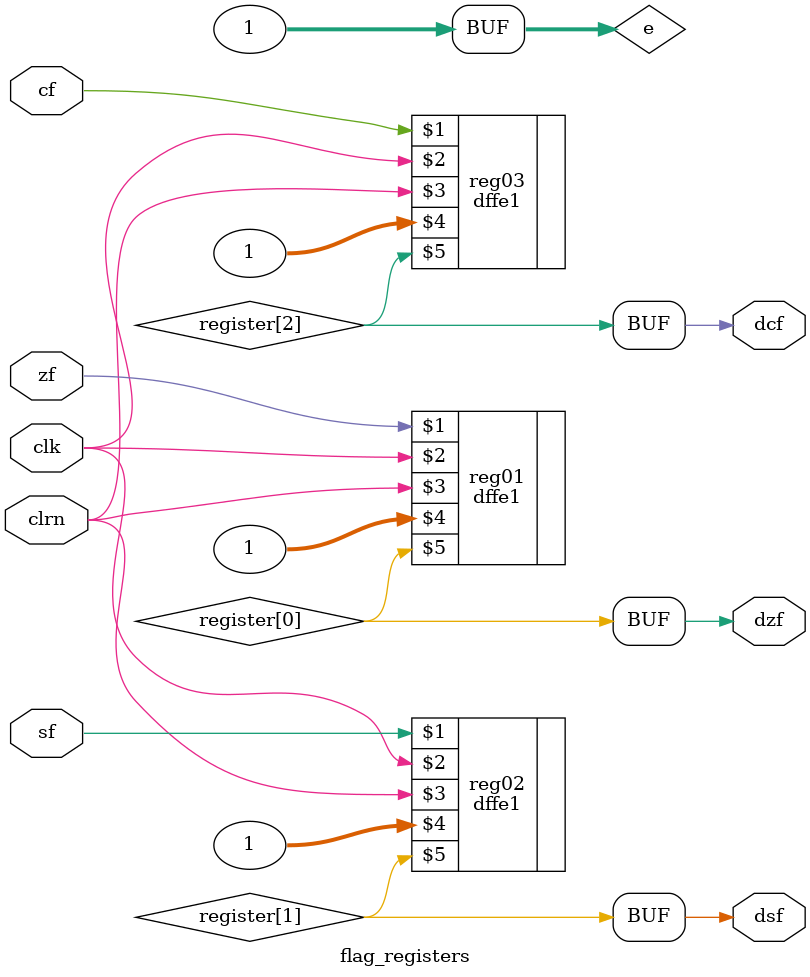
<source format=v>

module flag_registers (zf,sf,cf,clk,clrn,dzf,dsf,dcf);
    input zf,sf,cf;                                // flag registers
    input clk, clrn;                                 // clock, reset
    
	 output dzf,dsf,dcf;                                // flag registers
    
	 wire [31:0] e = 32'b1;
    wire  register[2:0];  

	//dffe1 (d,clk,clrn,e,q); 
	 dffe1 reg01  (zf,clk,clrn,e,register[0]);    // zf
    dffe1 reg02  (sf,clk,clrn,e,register[1]);    // sf
    dffe1 reg03  (cf,clk,clrn,e,register[2]);    // cf
        
	 assign dzf = register[0];
	 assign dsf = register[1];
	 assign dcf = register[2];
endmodule

</source>
